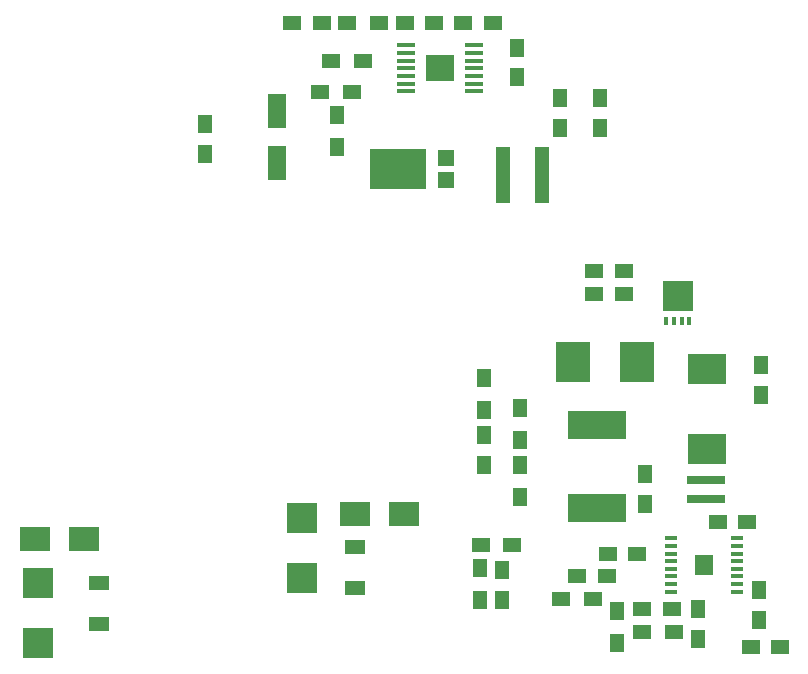
<source format=gbr>
G04 #@! TF.GenerationSoftware,KiCad,Pcbnew,(5.1.0)-1*
G04 #@! TF.CreationDate,2019-07-19T11:06:20-06:00*
G04 #@! TF.ProjectId,d4100_mod_board_full,64343130-305f-46d6-9f64-5f626f617264,rev?*
G04 #@! TF.SameCoordinates,Original*
G04 #@! TF.FileFunction,Paste,Top*
G04 #@! TF.FilePolarity,Positive*
%FSLAX46Y46*%
G04 Gerber Fmt 4.6, Leading zero omitted, Abs format (unit mm)*
G04 Created by KiCad (PCBNEW (5.1.0)-1) date 2019-07-19 11:06:20*
%MOMM*%
%LPD*%
G04 APERTURE LIST*
%ADD10C,0.100000*%
%ADD11R,2.460000X2.310000*%
%ADD12R,1.570000X0.410000*%
%ADD13R,2.550000X2.510000*%
%ADD14R,0.400000X0.700000*%
%ADD15R,1.300000X1.500000*%
%ADD16R,1.250000X1.500000*%
%ADD17R,3.300000X2.500000*%
%ADD18R,3.200000X0.800000*%
%ADD19R,2.950000X3.500000*%
%ADD20R,5.000000X2.400000*%
%ADD21R,1.500000X1.250000*%
%ADD22R,1.400000X1.390000*%
%ADD23R,4.860000X3.360000*%
%ADD24R,1.180000X4.700000*%
%ADD25R,1.498600X1.701800*%
%ADD26R,1.117600X0.304800*%
%ADD27R,1.500000X1.300000*%
%ADD28R,1.600000X3.000000*%
%ADD29R,2.650000X2.030000*%
%ADD30R,1.700000X1.300000*%
%ADD31R,2.500000X2.550000*%
G04 APERTURE END LIST*
D10*
G36*
X108612613Y-83808000D02*
G01*
X107011000Y-83808000D01*
X107011000Y-82306488D01*
X108612613Y-82306488D01*
X108612613Y-83808000D01*
G37*
G36*
X128040300Y-102601017D02*
G01*
X128040300Y-101896700D01*
X129167730Y-101896700D01*
X129167730Y-102601017D01*
X128040300Y-102601017D01*
G37*
G36*
X126714300Y-102601462D02*
G01*
X126714300Y-101896700D01*
X127839230Y-101896700D01*
X127839230Y-102601462D01*
X126714300Y-102601462D01*
G37*
G36*
X128040300Y-103506761D02*
G01*
X128040300Y-102801700D01*
X129165430Y-102801700D01*
X129165430Y-103506761D01*
X128040300Y-103506761D01*
G37*
G36*
X126714300Y-103507311D02*
G01*
X126714300Y-102801700D01*
X127839190Y-102801700D01*
X127839190Y-103507311D01*
X126714300Y-103507311D01*
G37*
G36*
X128764800Y-101695350D02*
G01*
X128764800Y-101096200D01*
X129065570Y-101096200D01*
X129065570Y-101695350D01*
X128764800Y-101695350D01*
G37*
G36*
X126814800Y-101694360D02*
G01*
X126814800Y-101096200D01*
X127113587Y-101096200D01*
X127113587Y-101694360D01*
X126814800Y-101694360D01*
G37*
G36*
X128114800Y-101694400D02*
G01*
X128114800Y-101096200D01*
X128415482Y-101096200D01*
X128415482Y-101694400D01*
X128114800Y-101694400D01*
G37*
G36*
X127464800Y-101695490D02*
G01*
X127464800Y-101096200D01*
X127764701Y-101096200D01*
X127764701Y-101695490D01*
X127464800Y-101695490D01*
G37*
G36*
X128764800Y-104798570D02*
G01*
X128764800Y-104196200D01*
X129066240Y-104196200D01*
X129066240Y-104798570D01*
X128764800Y-104798570D01*
G37*
G36*
X126814800Y-104798120D02*
G01*
X126814800Y-104196200D01*
X127113944Y-104196200D01*
X127113944Y-104798120D01*
X126814800Y-104798120D01*
G37*
G36*
X128114800Y-104798040D02*
G01*
X128114800Y-104196200D01*
X128415272Y-104196200D01*
X128415272Y-104798040D01*
X128114800Y-104798040D01*
G37*
G36*
X127464800Y-104798850D02*
G01*
X127464800Y-104196200D01*
X127764549Y-104196200D01*
X127764549Y-104798850D01*
X127464800Y-104798850D01*
G37*
G36*
X102744000Y-92627000D02*
G01*
X102744000Y-90507000D01*
X105824000Y-90507000D01*
X105824000Y-92627000D01*
X102744000Y-92627000D01*
G37*
D11*
X107811000Y-83058000D03*
D12*
X104941000Y-85008000D03*
X104941000Y-84358000D03*
X104941000Y-83708000D03*
X104941000Y-83058000D03*
X104941000Y-82408000D03*
X104941000Y-81758000D03*
X104941000Y-81108000D03*
X110681000Y-81108000D03*
X110681000Y-81758000D03*
X110681000Y-82408000D03*
X110681000Y-83058000D03*
X110681000Y-83708000D03*
X110681000Y-84358000D03*
X110681000Y-85008000D03*
D13*
X127939800Y-102301200D03*
D14*
X128914800Y-104496200D03*
X128264800Y-104496200D03*
X126964800Y-104496200D03*
X127614800Y-104496200D03*
D15*
X111498380Y-112019080D03*
X111498380Y-109319080D03*
D16*
X111523780Y-114121880D03*
X111523780Y-116621880D03*
D17*
X130378200Y-115325100D03*
X130378200Y-108525100D03*
D18*
X130292720Y-119508840D03*
X130292720Y-117908840D03*
D19*
X119042600Y-107950000D03*
X124492600Y-107950000D03*
D20*
X121056400Y-120263800D03*
X121056400Y-113263800D03*
D21*
X120873200Y-100203000D03*
X123373200Y-100203000D03*
D16*
X114300000Y-81320000D03*
X114300000Y-83820000D03*
D22*
X108266000Y-92487000D03*
X108266000Y-90647000D03*
D23*
X104284000Y-91567000D03*
D24*
X113149000Y-92075000D03*
X116459000Y-92075000D03*
D25*
X130175000Y-125120400D03*
D26*
X132969000Y-122834400D03*
X132969000Y-123494800D03*
X132969000Y-124155200D03*
X132969000Y-124790200D03*
X132969000Y-125450600D03*
X132969000Y-126085600D03*
X132969000Y-126746000D03*
X132969000Y-127406400D03*
X127381000Y-127406400D03*
X127381000Y-126746000D03*
X127381000Y-126085600D03*
X127381000Y-125450600D03*
X127381000Y-124790200D03*
X127381000Y-124155200D03*
X127381000Y-123494800D03*
X127381000Y-122834400D03*
D27*
X97630000Y-85090000D03*
X100330000Y-85090000D03*
D15*
X99110800Y-87042000D03*
X99110800Y-89742000D03*
D27*
X102616000Y-79248000D03*
X99916000Y-79248000D03*
X98606000Y-82423000D03*
X101306000Y-82423000D03*
D28*
X93980000Y-86700000D03*
X93980000Y-91100000D03*
D21*
X95270000Y-79248000D03*
X97770000Y-79248000D03*
X107295000Y-79248000D03*
X104795000Y-79248000D03*
X109748000Y-79248000D03*
X112248000Y-79248000D03*
D16*
X117919500Y-85605300D03*
X117919500Y-88105300D03*
D15*
X114597180Y-119388880D03*
X114597180Y-116688880D03*
X114597180Y-114537480D03*
X114597180Y-111837480D03*
D27*
X124902700Y-130748600D03*
X127602700Y-130748600D03*
D15*
X122757400Y-131704800D03*
X122757400Y-129004800D03*
D27*
X120751600Y-127965200D03*
X118051600Y-127965200D03*
D15*
X111147860Y-128098540D03*
X111147860Y-125398540D03*
D27*
X111236760Y-123431300D03*
X113936760Y-123431300D03*
D29*
X104764000Y-120779540D03*
X100584000Y-120779540D03*
X73500400Y-122936000D03*
X77680400Y-122936000D03*
D30*
X100601780Y-123578680D03*
X100601780Y-127078680D03*
X78968600Y-130147000D03*
X78968600Y-126647000D03*
D16*
X87884000Y-87777000D03*
X87884000Y-90277000D03*
X121348500Y-85605300D03*
X121348500Y-88105300D03*
X125120400Y-119918800D03*
X125120400Y-117418800D03*
D21*
X134106600Y-132054600D03*
X136606600Y-132054600D03*
D16*
X129647400Y-131364800D03*
X129647400Y-128864800D03*
D21*
X124901900Y-128860000D03*
X127401900Y-128860000D03*
D16*
X134950200Y-110693200D03*
X134950200Y-108193200D03*
D21*
X121997400Y-124154800D03*
X124497400Y-124154800D03*
X119400000Y-126085600D03*
X121900000Y-126085600D03*
X131307400Y-121454800D03*
X133807400Y-121454800D03*
D16*
X134797800Y-129748600D03*
X134797800Y-127248600D03*
X113023960Y-128075740D03*
X113023960Y-125575740D03*
D21*
X120860500Y-102171500D03*
X123360500Y-102171500D03*
D31*
X96121220Y-121142520D03*
X96121220Y-126192520D03*
X73761600Y-131709400D03*
X73761600Y-126659400D03*
M02*

</source>
